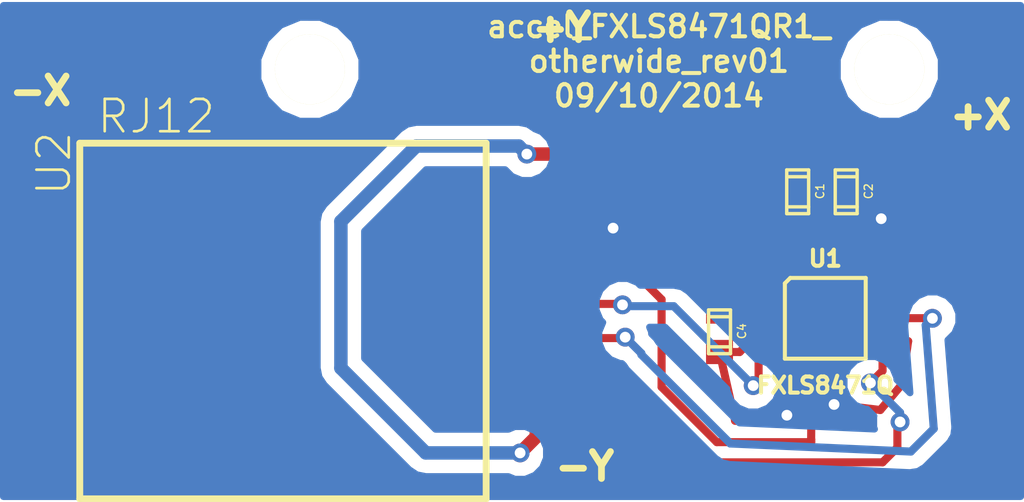
<source format=kicad_pcb>
(kicad_pcb (version 3) (host pcbnew "(2013-07-07 BZR 4022)-stable")

  (general
    (links 18)
    (no_connects 0)
    (area 126.358087 96.875 167.000001 115.632001)
    (thickness 1.6)
    (drawings 5)
    (tracks 115)
    (zones 0)
    (modules 7)
    (nets 8)
  )

  (page A)
  (layers
    (15 F.Cu signal)
    (0 B.Cu signal)
    (16 B.Adhes user)
    (17 F.Adhes user)
    (18 B.Paste user)
    (19 F.Paste user)
    (20 B.SilkS user)
    (21 F.SilkS user)
    (22 B.Mask user)
    (23 F.Mask user)
    (24 Dwgs.User user)
    (25 Cmts.User user)
    (26 Eco1.User user)
    (27 Eco2.User user)
    (28 Edge.Cuts user)
  )

  (setup
    (last_trace_width 0.5)
    (user_trace_width 0.1)
    (user_trace_width 0.15)
    (user_trace_width 0.2)
    (user_trace_width 0.25)
    (user_trace_width 0.3)
    (user_trace_width 0.35)
    (user_trace_width 0.4)
    (user_trace_width 0.5)
    (user_trace_width 0.6)
    (user_trace_width 0.7)
    (user_trace_width 0.8)
    (user_trace_width 1)
    (trace_clearance 0.05)
    (zone_clearance 0.5)
    (zone_45_only no)
    (trace_min 0.1)
    (segment_width 0.2)
    (edge_width 0.1)
    (via_size 0.7)
    (via_drill 0.4)
    (via_min_size 0.7)
    (via_min_drill 0.4)
    (uvia_size 0.4)
    (uvia_drill 0.127)
    (uvias_allowed no)
    (uvia_min_size 0.4)
    (uvia_min_drill 0.127)
    (pcb_text_width 0.3)
    (pcb_text_size 1.5 1.5)
    (mod_edge_width 0.15)
    (mod_text_size 1 1)
    (mod_text_width 0.15)
    (pad_size 2.4 2.4)
    (pad_drill 2.4)
    (pad_to_mask_clearance 0)
    (aux_axis_origin 0 0)
    (visible_elements 7FFFFFFF)
    (pcbplotparams
      (layerselection 16547841)
      (usegerberextensions true)
      (excludeedgelayer true)
      (linewidth 0.150000)
      (plotframeref false)
      (viasonmask false)
      (mode 1)
      (useauxorigin false)
      (hpglpennumber 1)
      (hpglpenspeed 20)
      (hpglpendiameter 15)
      (hpglpenoverlay 2)
      (psnegative false)
      (psa4output false)
      (plotreference true)
      (plotvalue true)
      (plotothertext true)
      (plotinvisibletext false)
      (padsonsilk false)
      (subtractmaskfromsilk false)
      (outputformat 1)
      (mirror false)
      (drillshape 0)
      (scaleselection 1)
      (outputdirectory ""))
  )

  (net 0 "")
  (net 1 GND)
  (net 2 INT1)
  (net 3 INT2)
  (net 4 N-0000011)
  (net 5 SCL)
  (net 6 SDA)
  (net 7 Vdd)

  (net_class Default "This is the default net class."
    (clearance 0.05)
    (trace_width 0.5)
    (via_dia 0.7)
    (via_drill 0.4)
    (uvia_dia 0.4)
    (uvia_drill 0.127)
    (add_net "")
    (add_net GND)
    (add_net INT1)
    (add_net INT2)
    (add_net N-0000011)
    (add_net SCL)
    (add_net SDA)
    (add_net Vdd)
  )

  (module TED_QFN16_3x5 (layer F.Cu) (tedit 53E55BEE) (tstamp 52A599E5)
    (at 51.425 77.35)
    (path /539B7524)
    (solder_paste_ratio -0.2)
    (clearance 0.1)
    (fp_text reference U1 (at 0 -2.22) (layer F.SilkS)
      (effects (font (size 0.6 0.6) (thickness 0.15)))
    )
    (fp_text value FXLS8471Q (at 0 2.49) (layer F.SilkS)
      (effects (font (size 0.6 0.6) (thickness 0.15)))
    )
    (fp_line (start -1.3 -1.5) (end 1.5 -1.5) (layer F.SilkS) (width 0.14986))
    (fp_line (start -1.5 -1.3) (end -1.5 1.5) (layer F.SilkS) (width 0.14986))
    (fp_line (start -1.3 -1.5) (end -1.5 -1.3) (layer F.SilkS) (width 0.14986))
    (fp_line (start 1.5 1.5) (end -1.5 1.5) (layer F.SilkS) (width 0.14986))
    (fp_line (start 1.5 -1.5) (end 1.5 1.5) (layer F.SilkS) (width 0.14986))
    (pad 2 smd rect (at -1.275 -0.5) (size 0.8 0.3)
      (layers F.Cu F.Paste F.Mask)
      (net 4 N-0000011)
    )
    (pad 1 smd rect (at -1.275 -1) (size 0.8 0.3)
      (layers F.Cu F.Paste F.Mask)
      (net 7 Vdd)
    )
    (pad 13 smd rect (at 1.275 -1) (size 0.8 0.3)
      (layers F.Cu F.Paste F.Mask)
      (net 1 GND)
    )
    (pad 3 smd rect (at -1.275 -0.005) (size 0.8 0.3)
      (layers F.Cu F.Paste F.Mask)
      (net 1 GND)
    )
    (pad 4 smd rect (at -1.275 0.5) (size 0.8 0.3)
      (layers F.Cu F.Paste F.Mask)
      (net 5 SCL)
    )
    (pad 5 smd rect (at -1.275 1) (size 0.8 0.3)
      (layers F.Cu F.Paste F.Mask)
      (net 1 GND)
    )
    (pad 6 smd rect (at -0.5 1.275) (size 0.3 0.8)
      (layers F.Cu F.Paste F.Mask)
      (net 6 SDA)
    )
    (pad 7 smd rect (at -0.035 1.275) (size 0.3 0.8)
      (layers F.Cu F.Paste F.Mask)
      (net 1 GND)
    )
    (pad 8 smd rect (at 0.5 1.275) (size 0.3 0.8)
      (layers F.Cu F.Paste F.Mask)
    )
    (pad 9 smd rect (at 1.275 1) (size 0.8 0.3)
      (layers F.Cu F.Paste F.Mask)
      (net 3 INT2)
    )
    (pad 10 smd rect (at 1.275 0.5) (size 0.8 0.3)
      (layers F.Cu F.Paste F.Mask)
      (net 1 GND)
    )
    (pad 11 smd rect (at 1.275 -0.005) (size 0.8 0.3)
      (layers F.Cu F.Paste F.Mask)
      (net 2 INT1)
    )
    (pad 12 smd rect (at 1.275 -0.5) (size 0.8 0.3)
      (layers F.Cu F.Paste F.Mask)
      (net 1 GND)
    )
    (pad 14 smd rect (at 0.5 -1.275) (size 0.3 0.8)
      (layers F.Cu F.Paste F.Mask)
      (net 7 Vdd)
    )
    (pad 15 smd rect (at -0.015 -1.275) (size 0.3 0.8)
      (layers F.Cu F.Paste F.Mask)
    )
    (pad 16 smd rect (at -0.5 -1.275) (size 0.3 0.8)
      (layers F.Cu F.Paste F.Mask)
    )
    (model smd/qfn24.wrl
      (at (xyz 0 0 0))
      (scale (xyz 1 1 1))
      (rotate (xyz 0 0 0))
    )
  )

  (module TED_Hole_2_6mm (layer F.Cu) (tedit 5410CF70) (tstamp 539CBF88)
    (at 53.8 68.1)
    (path /539CBE67)
    (fp_text reference H2 (at 3.55 -0.7) (layer F.SilkS) hide
      (effects (font (size 1 1) (thickness 0.15)))
    )
    (fp_text value HOLE (at 0.25 2.6) (layer F.SilkS) hide
      (effects (font (size 1 1) (thickness 0.15)))
    )
    (pad "" np_thru_hole circle (at 0 0) (size 2.6 2.6) (drill 2.6)
      (layers *.Cu *.Mask F.SilkS)
    )
  )

  (module TED_Hole_2_6mm (layer F.Cu) (tedit 5410CF68) (tstamp 539CCC63)
    (at 32.3 68.1)
    (path /5365C78C)
    (fp_text reference H1 (at -3 -0.45) (layer F.SilkS) hide
      (effects (font (size 1 1) (thickness 0.15)))
    )
    (fp_text value HOLE (at 0.25 2.6) (layer F.SilkS) hide
      (effects (font (size 1 1) (thickness 0.15)))
    )
    (pad "" np_thru_hole circle (at 0 0) (size 2.6 2.6) (drill 2.6)
      (layers *.Cu *.Mask F.SilkS)
    )
  )

  (module TED_RJ12_855135002 (layer F.Cu) (tedit 5410D160) (tstamp 539CC027)
    (at 31.3 77.45 90)
    (path /539B7C14)
    (fp_text reference U2 (at 5.85 -8.5 90) (layer F.SilkS)
      (effects (font (size 1.2 1.2) (thickness 0.09906)))
    )
    (fp_text value RJ12 (at 7.6 -4.7 180) (layer F.SilkS)
      (effects (font (size 1.2 1.2) (thickness 0.09906)))
    )
    (fp_line (start -6.605 -7.54) (end 6.605 -7.54) (layer F.SilkS) (width 0.254))
    (fp_line (start 6.605 -7.54) (end 6.605 7.54) (layer F.SilkS) (width 0.254))
    (fp_line (start 6.605 7.54) (end -6.605 7.54) (layer F.SilkS) (width 0.254))
    (fp_line (start -6.605 7.54) (end -6.605 -7.54) (layer F.SilkS) (width 0.254))
    (pad 6 smd rect (at -3.175 7.9 90) (size 0.76 5)
      (layers F.Cu F.Paste F.Mask)
      (net 7 Vdd)
      (clearance 0.2)
    )
    (pad 4 smd rect (at -0.635 7.9 90) (size 0.76 5)
      (layers F.Cu F.Paste F.Mask)
      (net 2 INT1)
      (clearance 0.2)
    )
    (pad 2 smd rect (at 1.905 7.9 90) (size 0.76 5)
      (layers F.Cu F.Paste F.Mask)
      (net 6 SDA)
      (clearance 0.2)
    )
    (pad 3 smd rect (at 0.635 7.9 90) (size 0.76 5)
      (layers F.Cu F.Paste F.Mask)
      (net 5 SCL)
      (clearance 0.2)
    )
    (pad 1 smd rect (at 3.175 7.9 90) (size 0.76 5)
      (layers F.Cu F.Paste F.Mask)
      (net 1 GND)
      (clearance 0.2)
    )
    (pad 5 smd rect (at -1.905 7.9 90) (size 0.76 5)
      (layers F.Cu F.Paste F.Mask)
      (net 3 INT2)
      (clearance 0.2)
    )
    (pad PAD smd rect (at 0 -8.15 90) (size 8.8 4.5)
      (layers F.Cu F.Paste F.Mask)
    )
  )

  (module TED_SM0603 (layer F.Cu) (tedit 5410CF64) (tstamp 539B7F83)
    (at 47.5 77.85 270)
    (descr "SMT capacitor, 0603")
    (path /52A5541B)
    (fp_text reference C4 (at -0.02 -0.83 270) (layer F.SilkS)
      (effects (font (size 0.3 0.3) (thickness 0.05)))
    )
    (fp_text value .1uF (at -1.95 -0.1 270) (layer F.SilkS) hide
      (effects (font (size 0.3 0.3) (thickness 0.05)))
    )
    (fp_line (start 0.5588 0.4064) (end 0.5588 -0.4064) (layer F.SilkS) (width 0.127))
    (fp_line (start -0.5588 -0.381) (end -0.5588 0.4064) (layer F.SilkS) (width 0.127))
    (fp_line (start -0.8128 -0.4064) (end 0.8128 -0.4064) (layer F.SilkS) (width 0.127))
    (fp_line (start 0.8128 -0.4064) (end 0.8128 0.4064) (layer F.SilkS) (width 0.127))
    (fp_line (start 0.8128 0.4064) (end -0.8128 0.4064) (layer F.SilkS) (width 0.127))
    (fp_line (start -0.8128 0.4064) (end -0.8128 -0.4064) (layer F.SilkS) (width 0.127))
    (pad 2 smd rect (at 0.75184 0 270) (size 0.89916 1.00076)
      (layers F.Cu F.Paste F.Mask)
      (net 1 GND)
      (clearance 0.1)
    )
    (pad 1 smd rect (at -0.75184 0 270) (size 0.89916 1.00076)
      (layers F.Cu F.Paste F.Mask)
      (net 4 N-0000011)
      (clearance 0.1)
    )
    (model smd/capacitors/c_0603.wrl
      (at (xyz 0 0 0))
      (scale (xyz 1 1 1))
      (rotate (xyz 0 0 0))
    )
  )

  (module TED_SM0603 (layer F.Cu) (tedit 53E16D63) (tstamp 52A599AD)
    (at 52.2 72.65 270)
    (descr "SMT capacitor, 0603")
    (path /5295936A)
    (fp_text reference C2 (at -0.02 -0.83 270) (layer F.SilkS)
      (effects (font (size 0.3 0.3) (thickness 0.05)))
    )
    (fp_text value .1uF (at 0 0.88 270) (layer F.SilkS) hide
      (effects (font (size 0.3 0.3) (thickness 0.05)))
    )
    (fp_line (start 0.5588 0.4064) (end 0.5588 -0.4064) (layer F.SilkS) (width 0.127))
    (fp_line (start -0.5588 -0.381) (end -0.5588 0.4064) (layer F.SilkS) (width 0.127))
    (fp_line (start -0.8128 -0.4064) (end 0.8128 -0.4064) (layer F.SilkS) (width 0.127))
    (fp_line (start 0.8128 -0.4064) (end 0.8128 0.4064) (layer F.SilkS) (width 0.127))
    (fp_line (start 0.8128 0.4064) (end -0.8128 0.4064) (layer F.SilkS) (width 0.127))
    (fp_line (start -0.8128 0.4064) (end -0.8128 -0.4064) (layer F.SilkS) (width 0.127))
    (pad 2 smd rect (at 0.75184 0 270) (size 0.89916 1.00076)
      (layers F.Cu F.Paste F.Mask)
      (net 1 GND)
      (clearance 0.1)
    )
    (pad 1 smd rect (at -0.75184 0 270) (size 0.89916 1.00076)
      (layers F.Cu F.Paste F.Mask)
      (net 7 Vdd)
      (clearance 0.1)
    )
    (model smd/capacitors/c_0603.wrl
      (at (xyz 0 0 0))
      (scale (xyz 1 1 1))
      (rotate (xyz 0 0 0))
    )
  )

  (module TED_SM0603 (layer F.Cu) (tedit 53E16D63) (tstamp 52A599A1)
    (at 50.4 72.65 270)
    (descr "SMT capacitor, 0603")
    (path /52959381)
    (fp_text reference C1 (at -0.02 -0.83 270) (layer F.SilkS)
      (effects (font (size 0.3 0.3) (thickness 0.05)))
    )
    (fp_text value 1uF (at 0 0.88 270) (layer F.SilkS) hide
      (effects (font (size 0.3 0.3) (thickness 0.05)))
    )
    (fp_line (start 0.5588 0.4064) (end 0.5588 -0.4064) (layer F.SilkS) (width 0.127))
    (fp_line (start -0.5588 -0.381) (end -0.5588 0.4064) (layer F.SilkS) (width 0.127))
    (fp_line (start -0.8128 -0.4064) (end 0.8128 -0.4064) (layer F.SilkS) (width 0.127))
    (fp_line (start 0.8128 -0.4064) (end 0.8128 0.4064) (layer F.SilkS) (width 0.127))
    (fp_line (start 0.8128 0.4064) (end -0.8128 0.4064) (layer F.SilkS) (width 0.127))
    (fp_line (start -0.8128 0.4064) (end -0.8128 -0.4064) (layer F.SilkS) (width 0.127))
    (pad 2 smd rect (at 0.75184 0 270) (size 0.89916 1.00076)
      (layers F.Cu F.Paste F.Mask)
      (net 1 GND)
      (clearance 0.1)
    )
    (pad 1 smd rect (at -0.75184 0 270) (size 0.89916 1.00076)
      (layers F.Cu F.Paste F.Mask)
      (net 7 Vdd)
      (clearance 0.1)
    )
    (model smd/capacitors/c_0603.wrl
      (at (xyz 0 0 0))
      (scale (xyz 1 1 1))
      (rotate (xyz 0 0 0))
    )
  )

  (gr_text -X (at 22.3 68.9) (layer F.SilkS)
    (effects (font (size 1 1) (thickness 0.25)))
  )
  (gr_text -Y (at 42.5 82.85) (layer F.SilkS)
    (effects (font (size 1 1) (thickness 0.25)))
  )
  (gr_text +X (at 57.2 69.8) (layer F.SilkS)
    (effects (font (size 1 1) (thickness 0.25)))
  )
  (gr_text +Y (at 41.65 66.55) (layer F.SilkS)
    (effects (font (size 1 1) (thickness 0.25)))
  )
  (gr_text "accel_FXLS8471QR1_\notherwide_rev01\n09/10/2014" (at 45.25 67.8) (layer F.SilkS)
    (effects (font (size 0.8 0.8) (thickness 0.15)))
  )

  (segment (start 39.2 74.275) (end 41.975 74.275) (width 0.5) (layer F.Cu) (net 1))
  (via (at 43.55 74) (size 0.7) (layers F.Cu B.Cu) (net 1))
  (segment (start 41.975 74.275) (end 43.55 74) (width 0.5) (layer F.Cu) (net 1) (tstamp 5410D003))
  (segment (start 49.795117 81.154883) (end 48.078449 81.154883) (width 0.3) (layer F.Cu) (net 1) (tstamp 539B7FE6))
  (via (at 51.75 80.55) (size 0.7) (layers F.Cu B.Cu) (net 1))
  (segment (start 51.75 80.55) (end 51.65 80.65) (width 0.3) (layer B.Cu) (net 1) (tstamp 539B7FD9))
  (segment (start 49.7 78.95) (end 49.7 78.45) (width 0.3) (layer F.Cu) (net 1))
  (segment (start 49.7 78.95) (end 49.963793 79.565517) (width 0.3) (layer F.Cu) (net 1) (tstamp 539B7FF3))
  (segment (start 50 80.95) (end 49.963793 79.565517) (width 0.3) (layer F.Cu) (net 1) (tstamp 539B7FF5))
  (segment (start 49.8 78.35) (end 50.15 78.35) (width 0.3) (layer F.Cu) (net 1) (tstamp 539B89E5))
  (segment (start 49.7 78.45) (end 49.8 78.35) (width 0.3) (layer F.Cu) (net 1) (tstamp 539B89E2))
  (segment (start 52.2 73.40184) (end 53.25184 73.40184) (width 0.3) (layer F.Cu) (net 1))
  (via (at 53.5 73.65) (size 0.7) (layers F.Cu B.Cu) (net 1))
  (segment (start 53.25184 73.40184) (end 53.5 73.65) (width 0.3) (layer F.Cu) (net 1) (tstamp 539B87A8))
  (segment (start 52.7 77.85) (end 53.3 77.85) (width 0.3) (layer F.Cu) (net 1))
  (segment (start 53.466205 80.755752) (end 51.75 80.55) (width 0.3) (layer F.Cu) (net 1) (tstamp 539B8041))
  (segment (start 54.266205 79.805752) (end 53.466205 80.755752) (width 0.3) (layer F.Cu) (net 1) (tstamp 539B8040))
  (segment (start 54.5 78.2) (end 54.266205 79.805752) (width 0.3) (layer F.Cu) (net 1) (tstamp 539B803F))
  (segment (start 53.3 77.85) (end 54.5 78.2) (width 0.3) (layer F.Cu) (net 1) (tstamp 539B803E))
  (segment (start 51.39 78.625) (end 51.4 79.05) (width 0.3) (layer F.Cu) (net 1))
  (segment (start 50 80.95) (end 49.795117 81.154883) (width 0.3) (layer F.Cu) (net 1) (tstamp 539B7FE5))
  (via (at 50 80.95) (size 0.7) (layers F.Cu B.Cu) (net 1))
  (segment (start 51.4 79.05) (end 51.75 80.55) (width 0.3) (layer F.Cu) (net 1) (tstamp 539B7FD4))
  (segment (start 50.15 77.345) (end 48.805 77.345) (width 0.3) (layer F.Cu) (net 1))
  (segment (start 48.24816 78.60184) (end 47.5 78.60184) (width 0.3) (layer F.Cu) (net 1) (tstamp 539B7F96))
  (segment (start 48.4 78.45) (end 48.24816 78.60184) (width 0.3) (layer F.Cu) (net 1) (tstamp 539B7F95))
  (segment (start 48.4 77.75) (end 48.4 78.45) (width 0.3) (layer F.Cu) (net 1) (tstamp 539B7F94))
  (segment (start 48.805 77.345) (end 48.4 77.75) (width 0.3) (layer F.Cu) (net 1) (tstamp 539B7F93))
  (segment (start 48.078449 81.154883) (end 47.5 78.60184) (width 0.3) (layer F.Cu) (net 1) (tstamp 539B7FE8) (status 20))
  (segment (start 52.7 76.85) (end 53.5 76.85) (width 0.3) (layer F.Cu) (net 1))
  (segment (start 53.6 76.15) (end 53.4 75.95) (width 0.3) (layer F.Cu) (net 1) (tstamp 539B7F14))
  (segment (start 53.6 76.75) (end 53.6 76.15) (width 0.3) (layer F.Cu) (net 1) (tstamp 539B7F13))
  (segment (start 53.5 76.85) (end 53.6 76.75) (width 0.3) (layer F.Cu) (net 1) (tstamp 539B7F12))
  (segment (start 52.7 76.35) (end 53.3 76.35) (width 0.3) (layer F.Cu) (net 1))
  (segment (start 52.6 74.35) (end 52.2 73.40184) (width 0.3) (layer F.Cu) (net 1) (tstamp 539B7F0F) (status 20))
  (segment (start 53.1 75.45) (end 52.6 74.35) (width 0.3) (layer F.Cu) (net 1) (tstamp 539B7F0D))
  (segment (start 53.4 75.75) (end 53.1 75.45) (width 0.3) (layer F.Cu) (net 1) (tstamp 539B7F0B))
  (segment (start 53.4 76.25) (end 53.4 75.95) (width 0.3) (layer F.Cu) (net 1) (tstamp 539B7F0A))
  (segment (start 53.4 75.95) (end 53.4 75.75) (width 0.3) (layer F.Cu) (net 1) (tstamp 539B7F17))
  (segment (start 53.3 76.35) (end 53.4 76.25) (width 0.3) (layer F.Cu) (net 1) (tstamp 539B7F09))
  (segment (start 50.4 73.40184) (end 52.2 73.40184) (width 0.3) (layer F.Cu) (net 1) (status 20))
  (segment (start 52.7 77.345) (end 55.395 77.345) (width 0.3) (layer F.Cu) (net 2))
  (segment (start 43.965 78.085) (end 39.2 78.085) (width 0.3) (layer F.Cu) (net 2) (tstamp 5410D0A3))
  (segment (start 44 78.05) (end 43.965 78.085) (width 0.3) (layer F.Cu) (net 2) (tstamp 5410D0A2))
  (via (at 44 78.05) (size 0.7) (layers F.Cu B.Cu) (net 2))
  (segment (start 44.6 78.65) (end 44 78.05) (width 0.3) (layer B.Cu) (net 2) (tstamp 5410D09F))
  (segment (start 44.6 78.7) (end 44.6 78.65) (width 0.3) (layer B.Cu) (net 2) (tstamp 5410D09E))
  (segment (start 47.9 82) (end 44.6 78.7) (width 0.3) (layer B.Cu) (net 2) (tstamp 5410D09C))
  (segment (start 54.6 82.3) (end 47.9 82) (width 0.3) (layer B.Cu) (net 2) (tstamp 5410D09B))
  (segment (start 55.45 81.45) (end 54.6 82.3) (width 0.3) (layer B.Cu) (net 2) (tstamp 5410D099))
  (segment (start 55.15 77.6) (end 55.45 81.45) (width 0.3) (layer B.Cu) (net 2) (tstamp 5410D095))
  (segment (start 55.4 77.35) (end 55.15 77.6) (width 0.3) (layer B.Cu) (net 2) (tstamp 5410D094))
  (via (at 55.4 77.35) (size 0.7) (layers F.Cu B.Cu) (net 2))
  (segment (start 55.395 77.345) (end 55.4 77.35) (width 0.3) (layer F.Cu) (net 2) (tstamp 5410D08F))
  (segment (start 52.7 78.35) (end 53 78.35) (width 0.3) (layer F.Cu) (net 3))
  (segment (start 43.655 79.355) (end 39.2 79.355) (width 0.3) (layer F.Cu) (net 3) (tstamp 5410D0C8))
  (segment (start 47 82.7) (end 43.655 79.355) (width 0.3) (layer F.Cu) (net 3) (tstamp 5410D0C6))
  (segment (start 53.55 82.7) (end 47 82.7) (width 0.3) (layer F.Cu) (net 3) (tstamp 5410D0C5))
  (segment (start 54.1 82.15) (end 53.55 82.7) (width 0.3) (layer F.Cu) (net 3) (tstamp 5410D0C4))
  (segment (start 54.1 81.3) (end 54.1 82.15) (width 0.3) (layer F.Cu) (net 3) (tstamp 5410D0C3))
  (segment (start 54.2 81.2) (end 54.1 81.3) (width 0.3) (layer F.Cu) (net 3) (tstamp 5410D0C2))
  (via (at 54.2 81.2) (size 0.7) (layers F.Cu B.Cu) (net 3))
  (segment (start 54.2 80.85) (end 54.2 81.2) (width 0.3) (layer B.Cu) (net 3) (tstamp 5410D0B8))
  (segment (start 53.1 79.75) (end 54.2 80.85) (width 0.3) (layer B.Cu) (net 3) (tstamp 5410D0B7))
  (via (at 53.1 79.75) (size 0.7) (layers F.Cu B.Cu) (net 3))
  (segment (start 53.55 79.3) (end 53.1 79.75) (width 0.3) (layer F.Cu) (net 3) (tstamp 5410D0B5))
  (segment (start 53.55 78.9) (end 53.55 79.3) (width 0.3) (layer F.Cu) (net 3) (tstamp 5410D0B4))
  (segment (start 53 78.35) (end 53.55 78.9) (width 0.3) (layer F.Cu) (net 3) (tstamp 5410D0B2))
  (segment (start 50.15 76.85) (end 47.74816 76.85) (width 0.3) (layer F.Cu) (net 4) (status 20))
  (segment (start 47.74816 76.85) (end 47.5 77.09816) (width 0.3) (layer F.Cu) (net 4) (tstamp 539B7EE1) (status 30))
  (segment (start 50.15 77.85) (end 49.3 77.85) (width 0.3) (layer F.Cu) (net 5))
  (segment (start 43.865 76.815) (end 39.2 76.815) (width 0.3) (layer F.Cu) (net 5) (tstamp 5410D08B))
  (segment (start 43.9 76.85) (end 43.865 76.815) (width 0.3) (layer F.Cu) (net 5) (tstamp 5410D08A))
  (via (at 43.9 76.85) (size 0.7) (layers F.Cu B.Cu) (net 5))
  (segment (start 43.95 76.9) (end 43.9 76.85) (width 0.3) (layer B.Cu) (net 5) (tstamp 5410D087))
  (segment (start 45.8 76.9) (end 43.95 76.9) (width 0.3) (layer B.Cu) (net 5) (tstamp 5410D086))
  (segment (start 46.9 78) (end 45.8 76.9) (width 0.3) (layer B.Cu) (net 5) (tstamp 5410D084))
  (segment (start 48.75 79.85) (end 46.9 78) (width 0.3) (layer B.Cu) (net 5) (tstamp 5410D083))
  (via (at 48.75 79.85) (size 0.7) (layers F.Cu B.Cu) (net 5))
  (segment (start 48.95 79.65) (end 48.75 79.85) (width 0.3) (layer F.Cu) (net 5) (tstamp 5410D080))
  (segment (start 48.95 78.2) (end 48.95 79.65) (width 0.3) (layer F.Cu) (net 5) (tstamp 5410D07E))
  (segment (start 49.3 77.85) (end 48.95 78.2) (width 0.3) (layer F.Cu) (net 5) (tstamp 5410D07D))
  (segment (start 50.9 81.95) (end 47.4 81.95) (width 0.3) (layer F.Cu) (net 6))
  (segment (start 44.245 75.545) (end 39.2 75.545) (width 0.3) (layer F.Cu) (net 6) (tstamp 5410D078))
  (segment (start 45.35 76.65) (end 44.245 75.545) (width 0.3) (layer F.Cu) (net 6) (tstamp 5410D077))
  (segment (start 45.35 79.9) (end 45.35 76.65) (width 0.3) (layer F.Cu) (net 6) (tstamp 5410D075))
  (segment (start 47.4 81.95) (end 45.35 79.9) (width 0.3) (layer F.Cu) (net 6) (tstamp 5410D070))
  (segment (start 50.9 81.85) (end 50.9 81.95) (width 0.3) (layer F.Cu) (net 6) (tstamp 539CECAF))
  (segment (start 50.9 81.95) (end 50.9 81.85) (width 0.3) (layer F.Cu) (net 6) (tstamp 5410D06E))
  (segment (start 50.925 78.625) (end 50.9 81.85) (width 0.3) (layer F.Cu) (net 6))
  (segment (start 50.4 71.89816) (end 47.64816 71.89816) (width 0.5) (layer F.Cu) (net 7))
  (segment (start 39.975 80.625) (end 39.2 80.625) (width 0.5) (layer F.Cu) (net 7) (tstamp 5410D03D))
  (segment (start 40.7 81.35) (end 39.975 80.625) (width 0.5) (layer F.Cu) (net 7) (tstamp 5410D03C))
  (segment (start 40.7 81.75) (end 40.7 81.35) (width 0.5) (layer F.Cu) (net 7) (tstamp 5410D03B))
  (segment (start 40.1 82.35) (end 40.7 81.75) (width 0.5) (layer F.Cu) (net 7) (tstamp 5410D03A))
  (via (at 40.1 82.35) (size 0.7) (layers F.Cu B.Cu) (net 7))
  (segment (start 36.6 82.35) (end 40.1 82.35) (width 0.5) (layer B.Cu) (net 7) (tstamp 5410D033))
  (segment (start 33.45 79.2) (end 36.6 82.35) (width 0.5) (layer B.Cu) (net 7) (tstamp 5410D032))
  (segment (start 33.45 73.75) (end 33.45 79.2) (width 0.5) (layer B.Cu) (net 7) (tstamp 5410D030))
  (segment (start 36.25 70.95) (end 33.45 73.75) (width 0.5) (layer B.Cu) (net 7) (tstamp 5410D02F))
  (segment (start 40.05 70.95) (end 36.25 70.95) (width 0.5) (layer B.Cu) (net 7) (tstamp 5410D02E))
  (segment (start 40.35 71.25) (end 40.05 70.95) (width 0.5) (layer B.Cu) (net 7) (tstamp 5410D02D))
  (via (at 40.35 71.25) (size 0.7) (layers F.Cu B.Cu) (net 7))
  (segment (start 47 71.25) (end 40.35 71.25) (width 0.5) (layer F.Cu) (net 7) (tstamp 5410D02B))
  (segment (start 47.64816 71.89816) (end 47 71.25) (width 0.5) (layer F.Cu) (net 7) (tstamp 5410D02A))
  (segment (start 48.8 75.05) (end 51.7 75.05) (width 0.3) (layer F.Cu) (net 7))
  (segment (start 51.925 75.275) (end 51.925 76.075) (width 0.3) (layer F.Cu) (net 7) (tstamp 539B7EBC))
  (segment (start 51.7 75.05) (end 51.925 75.275) (width 0.3) (layer F.Cu) (net 7) (tstamp 539B7EBB))
  (segment (start 52.2 71.89816) (end 50.4 71.89816) (width 0.3) (layer F.Cu) (net 7) (status 10))
  (segment (start 50.4 71.89816) (end 49.85184 71.89816) (width 0.3) (layer F.Cu) (net 7))
  (segment (start 49.85184 71.89816) (end 48.8 72.95) (width 0.3) (layer F.Cu) (net 7) (tstamp 539B7E61))
  (segment (start 48.8 72.95) (end 48.8 75.05) (width 0.3) (layer F.Cu) (net 7) (tstamp 539B7E64))
  (segment (start 48.8 75.05) (end 48.8 75.85) (width 0.3) (layer F.Cu) (net 7) (tstamp 539B7EB9))
  (segment (start 48.8 75.85) (end 49.3 76.35) (width 0.3) (layer F.Cu) (net 7) (tstamp 539B7E65))
  (segment (start 49.3 76.35) (end 50.15 76.35) (width 0.3) (layer F.Cu) (net 7) (tstamp 539B7E66))

  (zone (net 1) (net_name GND) (layer B.Cu) (tstamp 539B87D1) (hatch edge 0.508)
    (connect_pads (clearance 0.5))
    (min_thickness 0.254)
    (fill (arc_segments 16) (thermal_gap 0.508) (thermal_bridge_width 0.508))
    (polygon
      (pts
        (xy 20.8 65.6) (xy 58.8 65.6) (xy 58.8 84.1) (xy 20.8 84.1)
      )
    )
    (filled_polygon
      (pts
        (xy 58.673 83.973) (xy 56.37717 83.973) (xy 56.37717 77.156515) (xy 56.228744 76.797297) (xy 55.954149 76.522222)
        (xy 55.727334 76.42804) (xy 55.727334 67.718378) (xy 55.434584 67.009868) (xy 54.892983 66.467322) (xy 54.184986 66.173335)
        (xy 53.418378 66.172666) (xy 52.709868 66.465416) (xy 52.167322 67.007017) (xy 51.873335 67.715014) (xy 51.872666 68.481622)
        (xy 52.165416 69.190132) (xy 52.707017 69.732678) (xy 53.415014 70.026665) (xy 54.181622 70.027334) (xy 54.890132 69.734584)
        (xy 55.432678 69.192983) (xy 55.726665 68.484986) (xy 55.727334 67.718378) (xy 55.727334 76.42804) (xy 55.59519 76.37317)
        (xy 55.206515 76.37283) (xy 54.847297 76.521256) (xy 54.572222 76.795851) (xy 54.42317 77.15481) (xy 54.423009 77.338501)
        (xy 54.411029 77.359894) (xy 54.39673 77.480697) (xy 54.373 77.6) (xy 54.379025 77.63029) (xy 54.375395 77.660963)
        (xy 54.568932 80.120088) (xy 54.077107 79.628263) (xy 54.07717 79.556515) (xy 53.928744 79.197297) (xy 53.654149 78.922222)
        (xy 53.29519 78.77317) (xy 52.906515 78.77283) (xy 52.547297 78.921256) (xy 52.272222 79.195851) (xy 52.12317 79.55481)
        (xy 52.12283 79.943485) (xy 52.271256 80.302703) (xy 52.545851 80.577778) (xy 52.90481 80.72683) (xy 52.97805 80.726894)
        (xy 53.232792 80.981636) (xy 53.22317 81.00481) (xy 53.22283 81.393485) (xy 53.252484 81.465253) (xy 48.236315 81.237471)
        (xy 45.250104 78.25126) (xy 45.149422 78.100578) (xy 44.977107 77.928263) (xy 44.97717 77.856515) (xy 44.902995 77.677)
        (xy 45.478156 77.677) (xy 46.350577 78.549421) (xy 46.350578 78.549422) (xy 47.772892 79.971736) (xy 47.77283 80.043485)
        (xy 47.921256 80.402703) (xy 48.195851 80.677778) (xy 48.55481 80.82683) (xy 48.943485 80.82717) (xy 49.302703 80.678744)
        (xy 49.577778 80.404149) (xy 49.72683 80.04519) (xy 49.72717 79.656515) (xy 49.578744 79.297297) (xy 49.304149 79.022222)
        (xy 48.94519 78.87317) (xy 48.871949 78.873105) (xy 47.449422 77.450578) (xy 47.449421 77.450577) (xy 46.349422 76.350578)
        (xy 46.097345 76.182146) (xy 45.8 76.123) (xy 44.554751 76.123) (xy 44.454149 76.022222) (xy 44.09519 75.87317)
        (xy 43.706515 75.87283) (xy 43.347297 76.021256) (xy 43.072222 76.295851) (xy 42.92317 76.65481) (xy 42.92283 77.043485)
        (xy 43.071256 77.402703) (xy 43.169877 77.501496) (xy 43.02317 77.85481) (xy 43.02283 78.243485) (xy 43.171256 78.602703)
        (xy 43.445851 78.877778) (xy 43.80481 79.02683) (xy 43.87805 79.026894) (xy 43.949895 79.098739) (xy 44.050578 79.249422)
        (xy 47.350577 82.549421) (xy 47.46223 82.624025) (xy 47.570397 82.703627) (xy 47.587775 82.707911) (xy 47.602655 82.717854)
        (xy 47.734364 82.744052) (xy 47.864753 82.7762) (xy 54.564562 83.080437) (xy 54.594433 83.075892) (xy 54.6 83.077)
        (xy 54.641772 83.06869) (xy 54.864284 83.03484) (xy 54.889954 83.019324) (xy 54.897345 83.017854) (xy 54.944359 82.98644)
        (xy 55.123742 82.878016) (xy 55.140298 82.855518) (xy 55.149422 82.849422) (xy 55.999422 81.999422) (xy 56.01359 81.978216)
        (xy 56.043819 81.954387) (xy 56.117895 81.822113) (xy 56.167854 81.747345) (xy 56.172308 81.724952) (xy 56.191954 81.689872)
        (xy 56.210566 81.532615) (xy 56.227 81.45) (xy 56.222827 81.429023) (xy 56.227588 81.388803) (xy 55.97333 78.158152)
        (xy 56.227778 77.904149) (xy 56.37683 77.54519) (xy 56.37717 77.156515) (xy 56.37717 83.973) (xy 41.32717 83.973)
        (xy 41.32717 71.056515) (xy 41.178744 70.697297) (xy 40.904149 70.422222) (xy 40.651091 70.317143) (xy 40.385613 70.139758)
        (xy 40.05 70.073) (xy 36.25 70.073) (xy 36.249999 70.073) (xy 36.183241 70.086279) (xy 35.914387 70.139758)
        (xy 35.629867 70.329867) (xy 35.629864 70.32987) (xy 34.227334 71.7324) (xy 34.227334 67.718378) (xy 33.934584 67.009868)
        (xy 33.392983 66.467322) (xy 32.684986 66.173335) (xy 31.918378 66.172666) (xy 31.209868 66.465416) (xy 30.667322 67.007017)
        (xy 30.373335 67.715014) (xy 30.372666 68.481622) (xy 30.665416 69.190132) (xy 31.207017 69.732678) (xy 31.915014 70.026665)
        (xy 32.681622 70.027334) (xy 33.390132 69.734584) (xy 33.932678 69.192983) (xy 34.226665 68.484986) (xy 34.227334 67.718378)
        (xy 34.227334 71.7324) (xy 32.829867 73.129867) (xy 32.639758 73.414387) (xy 32.573 73.75) (xy 32.573 79.2)
        (xy 32.639758 79.535613) (xy 32.829867 79.820133) (xy 35.979864 82.970129) (xy 35.979867 82.970133) (xy 36.264386 83.160241)
        (xy 36.264387 83.160242) (xy 36.533241 83.21372) (xy 36.599999 83.227) (xy 36.599999 83.226999) (xy 36.6 83.227)
        (xy 39.664391 83.227) (xy 39.90481 83.32683) (xy 40.293485 83.32717) (xy 40.652703 83.178744) (xy 40.927778 82.904149)
        (xy 41.07683 82.54519) (xy 41.07717 82.156515) (xy 40.928744 81.797297) (xy 40.654149 81.522222) (xy 40.29519 81.37317)
        (xy 39.906515 81.37283) (xy 39.664085 81.473) (xy 36.963265 81.473) (xy 34.327 78.836734) (xy 34.327 74.113265)
        (xy 36.613265 71.827) (xy 39.54551 71.827) (xy 39.795851 72.077778) (xy 40.15481 72.22683) (xy 40.543485 72.22717)
        (xy 40.902703 72.078744) (xy 41.177778 71.804149) (xy 41.32683 71.44519) (xy 41.32717 71.056515) (xy 41.32717 83.973)
        (xy 20.927 83.973) (xy 20.927 65.727) (xy 58.673 65.727) (xy 58.673 83.973)
      )
    )
  )
)

</source>
